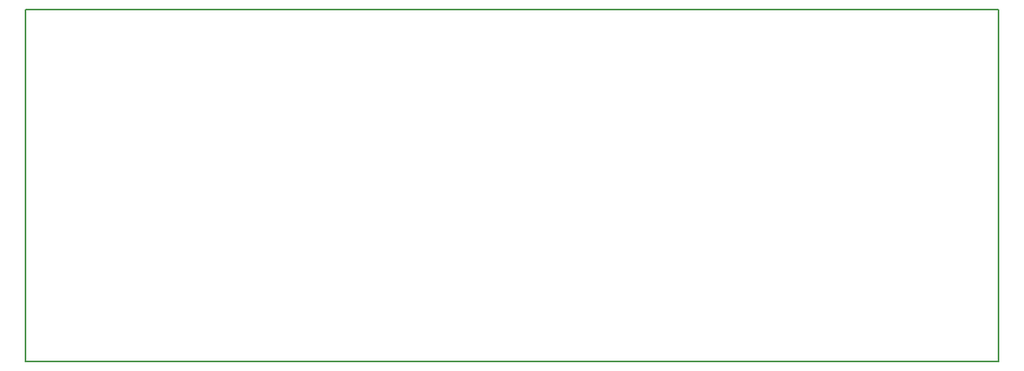
<source format=gm1>
G04 MADE WITH FRITZING*
G04 WWW.FRITZING.ORG*
G04 DOUBLE SIDED*
G04 HOLES PLATED*
G04 CONTOUR ON CENTER OF CONTOUR VECTOR*
%ASAXBY*%
%FSLAX23Y23*%
%MOIN*%
%OFA0B0*%
%SFA1.0B1.0*%
%ADD10R,4.082570X1.481150*%
%ADD11C,0.008000*%
%ADD10C,0.008*%
%LNCONTOUR*%
G90*
G70*
G54D10*
G54D11*
X4Y1477D02*
X4079Y1477D01*
X4079Y4D01*
X4Y4D01*
X4Y1477D01*
D02*
G04 End of contour*
M02*
</source>
